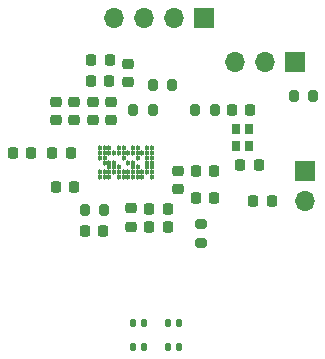
<source format=gbr>
%TF.GenerationSoftware,KiCad,Pcbnew,8.0.6-8.0.6-0~ubuntu20.04.1*%
%TF.CreationDate,2024-11-02T23:17:14+01:00*%
%TF.ProjectId,CYW43439,43595734-3334-4333-992e-6b696361645f,rev?*%
%TF.SameCoordinates,Original*%
%TF.FileFunction,Soldermask,Top*%
%TF.FilePolarity,Negative*%
%FSLAX46Y46*%
G04 Gerber Fmt 4.6, Leading zero omitted, Abs format (unit mm)*
G04 Created by KiCad (PCBNEW 8.0.6-8.0.6-0~ubuntu20.04.1) date 2024-11-02 23:17:14*
%MOMM*%
%LPD*%
G01*
G04 APERTURE LIST*
G04 Aperture macros list*
%AMRoundRect*
0 Rectangle with rounded corners*
0 $1 Rounding radius*
0 $2 $3 $4 $5 $6 $7 $8 $9 X,Y pos of 4 corners*
0 Add a 4 corners polygon primitive as box body*
4,1,4,$2,$3,$4,$5,$6,$7,$8,$9,$2,$3,0*
0 Add four circle primitives for the rounded corners*
1,1,$1+$1,$2,$3*
1,1,$1+$1,$4,$5*
1,1,$1+$1,$6,$7*
1,1,$1+$1,$8,$9*
0 Add four rect primitives between the rounded corners*
20,1,$1+$1,$2,$3,$4,$5,0*
20,1,$1+$1,$4,$5,$6,$7,0*
20,1,$1+$1,$6,$7,$8,$9,0*
20,1,$1+$1,$8,$9,$2,$3,0*%
G04 Aperture macros list end*
%ADD10R,0.800000X0.900000*%
%ADD11RoundRect,0.225000X0.250000X-0.225000X0.250000X0.225000X-0.250000X0.225000X-0.250000X-0.225000X0*%
%ADD12RoundRect,0.225000X-0.225000X-0.250000X0.225000X-0.250000X0.225000X0.250000X-0.225000X0.250000X0*%
%ADD13RoundRect,0.140000X0.140000X0.170000X-0.140000X0.170000X-0.140000X-0.170000X0.140000X-0.170000X0*%
%ADD14R,1.700000X1.700000*%
%ADD15O,1.700000X1.700000*%
%ADD16RoundRect,0.218750X0.256250X-0.218750X0.256250X0.218750X-0.256250X0.218750X-0.256250X-0.218750X0*%
%ADD17RoundRect,0.218750X-0.218750X-0.256250X0.218750X-0.256250X0.218750X0.256250X-0.218750X0.256250X0*%
%ADD18RoundRect,0.200000X-0.200000X-0.275000X0.200000X-0.275000X0.200000X0.275000X-0.200000X0.275000X0*%
%ADD19RoundRect,0.225000X0.225000X0.250000X-0.225000X0.250000X-0.225000X-0.250000X0.225000X-0.250000X0*%
%ADD20RoundRect,0.218750X-0.256250X0.218750X-0.256250X-0.218750X0.256250X-0.218750X0.256250X0.218750X0*%
%ADD21RoundRect,0.200000X-0.275000X0.200000X-0.275000X-0.200000X0.275000X-0.200000X0.275000X0.200000X0*%
%ADD22C,0.454000*%
G04 APERTURE END LIST*
D10*
%TO.C,Y1*%
X147150000Y-93475000D03*
X147150000Y-94875000D03*
X148250000Y-94875000D03*
X148250000Y-93475000D03*
%TD*%
D11*
%TO.C,C13*%
X134975000Y-92700000D03*
X134975000Y-91150000D03*
%TD*%
D12*
%TO.C,C3*%
X139775000Y-100200000D03*
X141325000Y-100200000D03*
%TD*%
D13*
%TO.C,C20*%
X139330000Y-109925000D03*
X138370000Y-109925000D03*
%TD*%
D14*
%TO.C,J3*%
X152975000Y-96975000D03*
D15*
X152975000Y-99515000D03*
%TD*%
D16*
%TO.C,FB1*%
X142200000Y-98562500D03*
X142200000Y-96987500D03*
%TD*%
D11*
%TO.C,C6*%
X133425000Y-92700000D03*
X133425000Y-91150000D03*
%TD*%
D17*
%TO.C,FB2*%
X148562500Y-99525000D03*
X150137500Y-99525000D03*
%TD*%
D18*
%TO.C,R6*%
X152000000Y-90675000D03*
X153650000Y-90675000D03*
%TD*%
D19*
%TO.C,C16*%
X129800000Y-95500000D03*
X128250000Y-95500000D03*
%TD*%
D12*
%TO.C,C4*%
X139775000Y-101750000D03*
X141325000Y-101750000D03*
%TD*%
D11*
%TO.C,C14*%
X136525000Y-92700000D03*
X136525000Y-91150000D03*
%TD*%
D12*
%TO.C,C2*%
X147500000Y-96525000D03*
X149050000Y-96525000D03*
%TD*%
D14*
%TO.C,J2*%
X144450000Y-84100000D03*
D15*
X141910000Y-84100000D03*
X139370000Y-84100000D03*
X136830000Y-84100000D03*
%TD*%
D20*
%TO.C,L1*%
X138200000Y-100150000D03*
X138200000Y-101725000D03*
%TD*%
D19*
%TO.C,C10*%
X135900000Y-102075000D03*
X134350000Y-102075000D03*
%TD*%
D14*
%TO.C,J1*%
X152125000Y-87800000D03*
D15*
X149585000Y-87800000D03*
X147045000Y-87800000D03*
%TD*%
D12*
%TO.C,C11*%
X143750000Y-97025000D03*
X145300000Y-97025000D03*
%TD*%
D21*
%TO.C,R2*%
X144125000Y-101500000D03*
X144125000Y-103150000D03*
%TD*%
D11*
%TO.C,C15*%
X131875000Y-92700000D03*
X131875000Y-91150000D03*
%TD*%
D19*
%TO.C,C12*%
X133400000Y-98375000D03*
X131850000Y-98375000D03*
%TD*%
D17*
%TO.C,L2*%
X131562500Y-95500000D03*
X133137500Y-95500000D03*
%TD*%
D19*
%TO.C,C9*%
X136400000Y-89425000D03*
X134850000Y-89425000D03*
%TD*%
D13*
%TO.C,C17*%
X142330000Y-111900000D03*
X141370000Y-111900000D03*
%TD*%
D12*
%TO.C,C7*%
X143750000Y-99325000D03*
X145300000Y-99325000D03*
%TD*%
D18*
%TO.C,R3*%
X138425000Y-91875000D03*
X140075000Y-91875000D03*
%TD*%
D22*
%TO.C,U1*%
X135600000Y-97500000D03*
X135600000Y-97100000D03*
X135600000Y-95900000D03*
X135600000Y-95500000D03*
X135600000Y-95100000D03*
X136000000Y-97500000D03*
X136000000Y-97100000D03*
X136000000Y-96300000D03*
X136000000Y-95900000D03*
X136000000Y-95500000D03*
X136000000Y-95100000D03*
X136400000Y-97500000D03*
X136400000Y-97100000D03*
X136400000Y-96700000D03*
X136400000Y-96300000D03*
X136400000Y-95500000D03*
X136400000Y-95100000D03*
X136800000Y-97100000D03*
X136800000Y-96700000D03*
X136800000Y-96300000D03*
X136800000Y-95500000D03*
X137200000Y-97500000D03*
X137200000Y-97100000D03*
X137200000Y-96700000D03*
X137200000Y-95500000D03*
X137200000Y-95100000D03*
X137600000Y-97500000D03*
X137600000Y-97100000D03*
X137600000Y-95900000D03*
X137600000Y-95500000D03*
X137600000Y-95100000D03*
X138000000Y-97500000D03*
X138000000Y-97100000D03*
X138000000Y-96300000D03*
X138000000Y-95500000D03*
X138400000Y-97500000D03*
X138400000Y-97100000D03*
X138400000Y-96700000D03*
X138400000Y-96300000D03*
X138400000Y-95500000D03*
X138400000Y-95100000D03*
X138800000Y-97500000D03*
X138800000Y-97100000D03*
X138800000Y-96700000D03*
X138800000Y-95900000D03*
X138800000Y-95500000D03*
X138800000Y-95100000D03*
X139200000Y-97500000D03*
X139200000Y-97100000D03*
X139200000Y-95500000D03*
X139600000Y-97100000D03*
X139600000Y-96700000D03*
X139600000Y-96300000D03*
X139600000Y-95900000D03*
X139600000Y-95500000D03*
X139600000Y-95100000D03*
X140000000Y-97500000D03*
X140000000Y-97100000D03*
X140000000Y-96700000D03*
X140000000Y-96300000D03*
X140000000Y-95900000D03*
X140000000Y-95500000D03*
X140000000Y-95100000D03*
%TD*%
D13*
%TO.C,C19*%
X142330000Y-109925000D03*
X141370000Y-109925000D03*
%TD*%
%TO.C,C18*%
X139330000Y-111900000D03*
X138370000Y-111900000D03*
%TD*%
D12*
%TO.C,C1*%
X148325000Y-91875000D03*
X146775000Y-91875000D03*
%TD*%
D18*
%TO.C,R4*%
X140075000Y-89775000D03*
X141725000Y-89775000D03*
%TD*%
D11*
%TO.C,C8*%
X137950000Y-89475000D03*
X137950000Y-87925000D03*
%TD*%
D19*
%TO.C,C5*%
X136425000Y-87650000D03*
X134875000Y-87650000D03*
%TD*%
D18*
%TO.C,R5*%
X134300000Y-100300000D03*
X135950000Y-100300000D03*
%TD*%
%TO.C,R1*%
X143675000Y-91875000D03*
X145325000Y-91875000D03*
%TD*%
M02*

</source>
